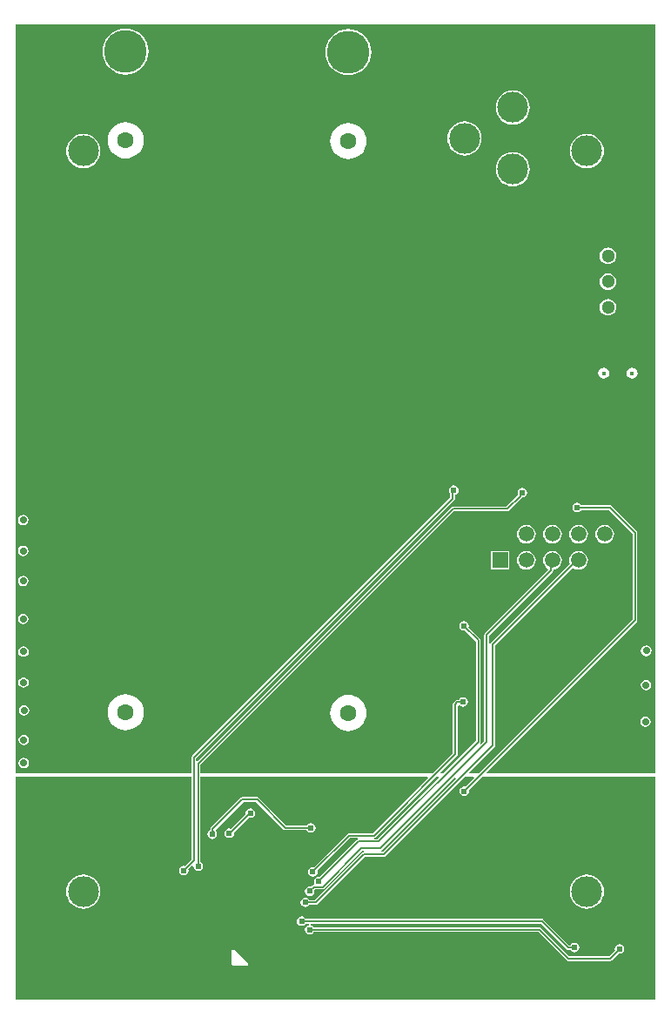
<source format=gbl>
G04*
G04 #@! TF.GenerationSoftware,Altium Limited,Altium Designer,19.1.7 (138)*
G04*
G04 Layer_Physical_Order=2*
G04 Layer_Color=16711680*
%FSLAX25Y25*%
%MOIN*%
G70*
G01*
G75*
%ADD80C,0.00600*%
%ADD82C,0.06299*%
%ADD83C,0.16358*%
%ADD84C,0.05906*%
%ADD85R,0.05906X0.05906*%
%ADD86C,0.01476*%
%ADD87C,0.11811*%
%ADD88C,0.05118*%
%ADD89C,0.05000*%
%ADD90C,0.02400*%
%ADD91C,0.02756*%
G36*
X122385Y176500D02*
Y-110300D01*
X57951D01*
X57760Y-109838D01*
X115349Y-52249D01*
X115548Y-51951D01*
X115618Y-51600D01*
Y-18100D01*
X115548Y-17749D01*
X115349Y-17451D01*
X105649Y-7751D01*
X105351Y-7552D01*
X105000Y-7482D01*
X94152D01*
X93898Y-7102D01*
X93302Y-6704D01*
X92600Y-6565D01*
X91898Y-6704D01*
X91302Y-7102D01*
X90904Y-7698D01*
X90765Y-8400D01*
X90904Y-9102D01*
X91302Y-9698D01*
X91898Y-10096D01*
X92600Y-10235D01*
X93302Y-10096D01*
X93898Y-9698D01*
X94152Y-9318D01*
X104620D01*
X113782Y-18480D01*
Y-51220D01*
X54702Y-110300D01*
X51351D01*
X51160Y-109838D01*
X60849Y-100149D01*
X61048Y-99851D01*
X61118Y-99500D01*
Y-61180D01*
X90904Y-31393D01*
X91308Y-31703D01*
X92173Y-32061D01*
X93100Y-32183D01*
X94027Y-32061D01*
X94892Y-31703D01*
X95634Y-31134D01*
X96203Y-30392D01*
X96561Y-29527D01*
X96683Y-28600D01*
X96561Y-27673D01*
X96203Y-26808D01*
X95634Y-26066D01*
X94892Y-25497D01*
X94027Y-25139D01*
X93100Y-25017D01*
X92173Y-25139D01*
X91308Y-25497D01*
X90566Y-26066D01*
X89997Y-26808D01*
X89639Y-27673D01*
X89517Y-28600D01*
X89639Y-29527D01*
X89796Y-29907D01*
X59551Y-60151D01*
X59352Y-60449D01*
X59318Y-60623D01*
X58818Y-60574D01*
Y-57380D01*
X83096Y-33102D01*
X83295Y-32804D01*
X83365Y-32453D01*
Y-32149D01*
X84027Y-32061D01*
X84892Y-31703D01*
X85634Y-31134D01*
X86203Y-30392D01*
X86561Y-29527D01*
X86683Y-28600D01*
X86561Y-27673D01*
X86203Y-26808D01*
X85634Y-26066D01*
X84892Y-25497D01*
X84027Y-25139D01*
X83100Y-25017D01*
X82173Y-25139D01*
X81308Y-25497D01*
X80566Y-26066D01*
X79997Y-26808D01*
X79639Y-27673D01*
X79517Y-28600D01*
X79639Y-29527D01*
X79997Y-30392D01*
X80566Y-31134D01*
X81275Y-31678D01*
X81314Y-31788D01*
X81345Y-32257D01*
X57251Y-56351D01*
X57052Y-56649D01*
X56982Y-57000D01*
Y-97920D01*
X55704Y-99198D01*
X55349Y-98849D01*
X55548Y-98551D01*
X55618Y-98200D01*
Y-59300D01*
X55548Y-58949D01*
X55349Y-58651D01*
X50929Y-54232D01*
X51035Y-53700D01*
X50896Y-52998D01*
X50498Y-52402D01*
X49902Y-52004D01*
X49200Y-51865D01*
X48498Y-52004D01*
X47902Y-52402D01*
X47504Y-52998D01*
X47365Y-53700D01*
X47504Y-54402D01*
X47902Y-54998D01*
X48498Y-55396D01*
X49200Y-55535D01*
X49565Y-55463D01*
X53782Y-59680D01*
Y-97820D01*
X41302Y-110300D01*
X40351D01*
X40160Y-109838D01*
X46549Y-103449D01*
X46748Y-103151D01*
X46818Y-102800D01*
Y-84420D01*
X47036Y-84216D01*
X47602Y-84198D01*
X48198Y-84596D01*
X48900Y-84735D01*
X49602Y-84596D01*
X50198Y-84198D01*
X50596Y-83602D01*
X50735Y-82900D01*
X50596Y-82198D01*
X50198Y-81602D01*
X49602Y-81204D01*
X48900Y-81065D01*
X48198Y-81204D01*
X47602Y-81602D01*
X47348Y-81982D01*
X46652D01*
X46300Y-82052D01*
X46003Y-82251D01*
X45251Y-83003D01*
X45052Y-83300D01*
X44982Y-83652D01*
Y-102420D01*
X37102Y-110300D01*
X-51682Y-110300D01*
Y-106880D01*
X45380Y-9818D01*
X65800D01*
X66151Y-9748D01*
X66449Y-9549D01*
X71349Y-4649D01*
X71375Y-4610D01*
X71500Y-4635D01*
X72202Y-4496D01*
X72798Y-4098D01*
X73196Y-3502D01*
X73335Y-2800D01*
X73196Y-2098D01*
X72798Y-1502D01*
X72202Y-1104D01*
X71500Y-965D01*
X70798Y-1104D01*
X70202Y-1502D01*
X69804Y-2098D01*
X69665Y-2800D01*
X69782Y-3391D01*
Y-3620D01*
X65420Y-7982D01*
X45000D01*
X44649Y-8052D01*
X44351Y-8251D01*
X-52910Y-105512D01*
X-53410Y-105305D01*
Y-104508D01*
X45449Y-5649D01*
X45648Y-5351D01*
X45718Y-5000D01*
Y-3552D01*
X46002Y-3496D01*
X46598Y-3098D01*
X46996Y-2502D01*
X47135Y-1800D01*
X46996Y-1098D01*
X46598Y-502D01*
X46002Y-104D01*
X45300Y35D01*
X44598Y-104D01*
X44002Y-502D01*
X43604Y-1098D01*
X43465Y-1800D01*
X43604Y-2502D01*
X43882Y-2918D01*
Y-4620D01*
X-54977Y-103479D01*
X-55176Y-103777D01*
X-55245Y-104128D01*
Y-110300D01*
X-122385D01*
Y176500D01*
X122385Y176500D01*
D02*
G37*
G36*
Y-196800D02*
X-122385D01*
Y-111500D01*
X-55245D01*
Y-143248D01*
X-57652Y-145654D01*
X-58100Y-145565D01*
X-58802Y-145704D01*
X-59398Y-146102D01*
X-59796Y-146698D01*
X-59935Y-147400D01*
X-59796Y-148102D01*
X-59398Y-148698D01*
X-58802Y-149096D01*
X-58100Y-149235D01*
X-57398Y-149096D01*
X-56802Y-148698D01*
X-56404Y-148102D01*
X-56265Y-147400D01*
X-56354Y-146952D01*
X-54906Y-145504D01*
X-54561Y-145648D01*
X-54429Y-145733D01*
X-54296Y-146402D01*
X-53898Y-146998D01*
X-53302Y-147396D01*
X-52600Y-147535D01*
X-51898Y-147396D01*
X-51302Y-146998D01*
X-50904Y-146402D01*
X-50765Y-145700D01*
X-50904Y-144998D01*
X-51302Y-144402D01*
X-51682Y-144148D01*
Y-111500D01*
X35249D01*
X35440Y-111962D01*
X14320Y-133082D01*
X5200D01*
X4849Y-133152D01*
X4551Y-133351D01*
X-8252Y-146154D01*
X-8700Y-146065D01*
X-9402Y-146204D01*
X-9998Y-146602D01*
X-10396Y-147198D01*
X-10535Y-147900D01*
X-10396Y-148602D01*
X-9998Y-149198D01*
X-9402Y-149596D01*
X-8700Y-149735D01*
X-7998Y-149596D01*
X-7402Y-149198D01*
X-7004Y-148602D01*
X-6865Y-147900D01*
X-6954Y-147452D01*
X5580Y-134918D01*
X8574D01*
X8623Y-135418D01*
X8449Y-135452D01*
X8151Y-135651D01*
X-6052Y-149854D01*
X-6500Y-149765D01*
X-7202Y-149904D01*
X-7798Y-150302D01*
X-8196Y-150898D01*
X-8335Y-151600D01*
X-8200Y-152282D01*
X-8191Y-152368D01*
X-8456Y-152813D01*
X-8651Y-152852D01*
X-8949Y-153051D01*
X-9452Y-153554D01*
X-9900Y-153465D01*
X-10602Y-153604D01*
X-11198Y-154002D01*
X-11596Y-154598D01*
X-11735Y-155300D01*
X-11596Y-156002D01*
X-11198Y-156598D01*
X-10602Y-156996D01*
X-9900Y-157135D01*
X-9198Y-156996D01*
X-8602Y-156598D01*
X-8204Y-156002D01*
X-8065Y-155300D01*
X-8117Y-155036D01*
X-7755Y-154618D01*
X-5000D01*
X-4649Y-154548D01*
X-4351Y-154349D01*
X10180Y-139818D01*
X10673D01*
X10723Y-140318D01*
X10549Y-140352D01*
X10251Y-140551D01*
X-7880Y-158682D01*
X-10048D01*
X-10302Y-158302D01*
X-10898Y-157904D01*
X-11600Y-157765D01*
X-12302Y-157904D01*
X-12898Y-158302D01*
X-13296Y-158898D01*
X-13435Y-159600D01*
X-13296Y-160302D01*
X-12898Y-160898D01*
X-12302Y-161296D01*
X-11600Y-161435D01*
X-10898Y-161296D01*
X-10302Y-160898D01*
X-10048Y-160518D01*
X-7500D01*
X-7149Y-160448D01*
X-6851Y-160249D01*
X11280Y-142118D01*
X18500D01*
X18851Y-142048D01*
X19149Y-141849D01*
X49498Y-111500D01*
X52849D01*
X53040Y-111962D01*
X49748Y-115254D01*
X49300Y-115165D01*
X48598Y-115304D01*
X48002Y-115702D01*
X47604Y-116298D01*
X47465Y-117000D01*
X47604Y-117702D01*
X48002Y-118298D01*
X48598Y-118696D01*
X49300Y-118835D01*
X50002Y-118696D01*
X50598Y-118298D01*
X50996Y-117702D01*
X51135Y-117000D01*
X51046Y-116552D01*
X56098Y-111500D01*
X122385D01*
Y-196800D01*
D02*
G37*
G36*
X39640Y-111962D02*
X16220Y-135382D01*
X14927D01*
X14877Y-134882D01*
X15051Y-134848D01*
X15349Y-134649D01*
X38498Y-111500D01*
X39449D01*
X39640Y-111962D01*
D02*
G37*
G36*
X45962Y-111733D02*
X46134Y-112268D01*
X18120Y-140282D01*
X17526D01*
X17477Y-139782D01*
X17651Y-139748D01*
X17949Y-139549D01*
X45793Y-111705D01*
X45962Y-111733D01*
D02*
G37*
%LPC*%
G36*
X-80400Y174994D02*
X-82121Y174825D01*
X-83776Y174322D01*
X-85301Y173507D01*
X-86638Y172410D01*
X-87735Y171073D01*
X-88550Y169548D01*
X-89052Y167894D01*
X-89222Y166172D01*
X-89052Y164451D01*
X-88550Y162797D01*
X-87735Y161271D01*
X-86638Y159935D01*
X-85301Y158837D01*
X-83776Y158022D01*
X-82121Y157520D01*
X-80400Y157351D01*
X-78679Y157520D01*
X-77024Y158022D01*
X-75499Y158837D01*
X-74162Y159935D01*
X-73065Y161271D01*
X-72250Y162797D01*
X-71748Y164451D01*
X-71578Y166172D01*
X-71748Y167894D01*
X-72250Y169548D01*
X-73065Y171073D01*
X-74162Y172410D01*
X-75499Y173507D01*
X-77024Y174322D01*
X-78679Y174825D01*
X-80400Y174994D01*
D02*
G37*
G36*
X4900Y174730D02*
X3179Y174560D01*
X1524Y174058D01*
X-1Y173243D01*
X-1338Y172146D01*
X-2435Y170809D01*
X-3250Y169284D01*
X-3752Y167629D01*
X-3922Y165908D01*
X-3752Y164187D01*
X-3250Y162532D01*
X-2435Y161007D01*
X-1338Y159670D01*
X-1Y158573D01*
X1524Y157758D01*
X3179Y157256D01*
X4900Y157086D01*
X6621Y157256D01*
X8276Y157758D01*
X9801Y158573D01*
X11138Y159670D01*
X12235Y161007D01*
X13050Y162532D01*
X13552Y164187D01*
X13722Y165908D01*
X13552Y167629D01*
X13050Y169284D01*
X12235Y170809D01*
X11138Y172146D01*
X9801Y173243D01*
X8276Y174058D01*
X6621Y174560D01*
X4900Y174730D01*
D02*
G37*
G36*
X67900Y151237D02*
X66625Y151111D01*
X65398Y150739D01*
X64268Y150135D01*
X63278Y149322D01*
X62465Y148332D01*
X61861Y147202D01*
X61489Y145975D01*
X61363Y144700D01*
X61489Y143425D01*
X61861Y142198D01*
X62465Y141068D01*
X63278Y140078D01*
X64268Y139265D01*
X65398Y138661D01*
X66625Y138289D01*
X67900Y138163D01*
X69175Y138289D01*
X70402Y138661D01*
X71532Y139265D01*
X72522Y140078D01*
X73335Y141068D01*
X73939Y142198D01*
X74311Y143425D01*
X74437Y144700D01*
X74311Y145975D01*
X73939Y147202D01*
X73335Y148332D01*
X72522Y149322D01*
X71532Y150135D01*
X70402Y150739D01*
X69175Y151111D01*
X67900Y151237D01*
D02*
G37*
G36*
X49396Y139426D02*
X48121Y139300D01*
X46895Y138928D01*
X45764Y138324D01*
X44774Y137511D01*
X43961Y136521D01*
X43357Y135391D01*
X42985Y134164D01*
X42859Y132889D01*
X42985Y131614D01*
X43357Y130387D01*
X43961Y129257D01*
X44774Y128267D01*
X45764Y127454D01*
X46895Y126850D01*
X48121Y126478D01*
X49396Y126352D01*
X50671Y126478D01*
X51898Y126850D01*
X53028Y127454D01*
X54019Y128267D01*
X54831Y129257D01*
X55436Y130387D01*
X55808Y131614D01*
X55933Y132889D01*
X55808Y134164D01*
X55436Y135391D01*
X54831Y136521D01*
X54019Y137511D01*
X53028Y138324D01*
X51898Y138928D01*
X50671Y139300D01*
X49396Y139426D01*
D02*
G37*
G36*
X-80400Y139070D02*
X-81753Y138936D01*
X-83053Y138542D01*
X-84251Y137901D01*
X-85302Y137039D01*
X-86164Y135989D01*
X-86805Y134790D01*
X-87199Y133490D01*
X-87333Y132137D01*
X-87199Y130784D01*
X-86805Y129484D01*
X-86164Y128286D01*
X-85302Y127235D01*
X-84251Y126373D01*
X-83053Y125732D01*
X-81753Y125338D01*
X-80400Y125204D01*
X-79048Y125338D01*
X-77747Y125732D01*
X-76548Y126373D01*
X-75498Y127235D01*
X-74636Y128286D01*
X-73995Y129484D01*
X-73601Y130784D01*
X-73467Y132137D01*
X-73601Y133490D01*
X-73995Y134790D01*
X-74636Y135989D01*
X-75498Y137039D01*
X-76548Y137901D01*
X-77747Y138542D01*
X-79048Y138936D01*
X-80400Y139070D01*
D02*
G37*
G36*
X4900Y138805D02*
X3548Y138672D01*
X2247Y138277D01*
X1048Y137637D01*
X-2Y136775D01*
X-864Y135724D01*
X-1505Y134525D01*
X-1899Y133225D01*
X-2033Y131872D01*
X-1899Y130520D01*
X-1505Y129219D01*
X-864Y128021D01*
X-2Y126970D01*
X1048Y126108D01*
X2247Y125468D01*
X3548Y125073D01*
X4900Y124940D01*
X6252Y125073D01*
X7553Y125468D01*
X8751Y126108D01*
X9802Y126970D01*
X10664Y128021D01*
X11305Y129219D01*
X11699Y130520D01*
X11833Y131872D01*
X11699Y133225D01*
X11305Y134525D01*
X10664Y135724D01*
X9802Y136775D01*
X8751Y137637D01*
X7553Y138277D01*
X6252Y138672D01*
X4900Y138805D01*
D02*
G37*
G36*
X96268Y134587D02*
X94992Y134462D01*
X93766Y134090D01*
X92636Y133486D01*
X91645Y132673D01*
X90832Y131682D01*
X90228Y130552D01*
X89856Y129326D01*
X89731Y128050D01*
X89856Y126775D01*
X90228Y125549D01*
X90832Y124419D01*
X91645Y123428D01*
X92636Y122615D01*
X93766Y122011D01*
X94992Y121639D01*
X96268Y121513D01*
X97543Y121639D01*
X98769Y122011D01*
X99900Y122615D01*
X100890Y123428D01*
X101703Y124419D01*
X102307Y125549D01*
X102679Y126775D01*
X102805Y128050D01*
X102679Y129326D01*
X102307Y130552D01*
X101703Y131682D01*
X100890Y132673D01*
X99900Y133486D01*
X98769Y134090D01*
X97543Y134462D01*
X96268Y134587D01*
D02*
G37*
G36*
X-96606D02*
X-97882Y134462D01*
X-99108Y134090D01*
X-100238Y133486D01*
X-101229Y132673D01*
X-102042Y131682D01*
X-102646Y130552D01*
X-103018Y129326D01*
X-103143Y128050D01*
X-103018Y126775D01*
X-102646Y125549D01*
X-102042Y124419D01*
X-101229Y123428D01*
X-100238Y122615D01*
X-99108Y122011D01*
X-97882Y121639D01*
X-96606Y121513D01*
X-95331Y121639D01*
X-94105Y122011D01*
X-92975Y122615D01*
X-91984Y123428D01*
X-91171Y124419D01*
X-90567Y125549D01*
X-90195Y126775D01*
X-90069Y128050D01*
X-90195Y129326D01*
X-90567Y130552D01*
X-91171Y131682D01*
X-91984Y132673D01*
X-92975Y133486D01*
X-94105Y134090D01*
X-95331Y134462D01*
X-96606Y134587D01*
D02*
G37*
G36*
X67900Y127615D02*
X66625Y127489D01*
X65398Y127117D01*
X64268Y126513D01*
X63278Y125700D01*
X62465Y124710D01*
X61861Y123580D01*
X61489Y122353D01*
X61363Y121078D01*
X61489Y119803D01*
X61861Y118576D01*
X62465Y117446D01*
X63278Y116456D01*
X64268Y115643D01*
X65398Y115039D01*
X66625Y114667D01*
X67900Y114541D01*
X69175Y114667D01*
X70402Y115039D01*
X71532Y115643D01*
X72522Y116456D01*
X73335Y117446D01*
X73939Y118576D01*
X74311Y119803D01*
X74437Y121078D01*
X74311Y122353D01*
X73939Y123580D01*
X73335Y124710D01*
X72522Y125700D01*
X71532Y126513D01*
X70402Y127117D01*
X69175Y127489D01*
X67900Y127615D01*
D02*
G37*
G36*
X104379Y91129D02*
X103554Y91020D01*
X102786Y90702D01*
X102126Y90196D01*
X101619Y89536D01*
X101301Y88767D01*
X101192Y87942D01*
X101301Y87118D01*
X101619Y86349D01*
X102126Y85689D01*
X102786Y85183D01*
X103554Y84865D01*
X104379Y84756D01*
X105203Y84865D01*
X105972Y85183D01*
X106632Y85689D01*
X107138Y86349D01*
X107457Y87118D01*
X107565Y87942D01*
X107457Y88767D01*
X107138Y89536D01*
X106632Y90196D01*
X105972Y90702D01*
X105203Y91020D01*
X104379Y91129D01*
D02*
G37*
G36*
Y81286D02*
X103554Y81178D01*
X102786Y80859D01*
X102126Y80353D01*
X101619Y79693D01*
X101301Y78925D01*
X101192Y78100D01*
X101301Y77275D01*
X101619Y76507D01*
X102126Y75847D01*
X102786Y75340D01*
X103554Y75022D01*
X104379Y74914D01*
X105203Y75022D01*
X105972Y75340D01*
X106632Y75847D01*
X107138Y76507D01*
X107457Y77275D01*
X107565Y78100D01*
X107457Y78925D01*
X107138Y79693D01*
X106632Y80353D01*
X105972Y80859D01*
X105203Y81178D01*
X104379Y81286D01*
D02*
G37*
G36*
Y71444D02*
X103554Y71335D01*
X102786Y71017D01*
X102126Y70511D01*
X101619Y69851D01*
X101301Y69082D01*
X101192Y68257D01*
X101301Y67433D01*
X101619Y66664D01*
X102126Y66004D01*
X102786Y65498D01*
X103554Y65180D01*
X104379Y65071D01*
X105203Y65180D01*
X105972Y65498D01*
X106632Y66004D01*
X107138Y66664D01*
X107457Y67433D01*
X107565Y68257D01*
X107457Y69082D01*
X107138Y69851D01*
X106632Y70511D01*
X105972Y71017D01*
X105203Y71335D01*
X104379Y71444D01*
D02*
G37*
G36*
X113545Y45125D02*
X112735Y44964D01*
X112048Y44505D01*
X111589Y43818D01*
X111428Y43008D01*
X111589Y42198D01*
X112048Y41511D01*
X112735Y41052D01*
X113545Y40891D01*
X114355Y41052D01*
X115042Y41511D01*
X115501Y42198D01*
X115662Y43008D01*
X115501Y43818D01*
X115042Y44505D01*
X114355Y44964D01*
X113545Y45125D01*
D02*
G37*
G36*
X102718D02*
X101908Y44964D01*
X101221Y44505D01*
X100762Y43818D01*
X100601Y43008D01*
X100762Y42198D01*
X101221Y41511D01*
X101908Y41052D01*
X102718Y40891D01*
X103528Y41052D01*
X104215Y41511D01*
X104674Y42198D01*
X104835Y43008D01*
X104674Y43818D01*
X104215Y44505D01*
X103528Y44964D01*
X102718Y45125D01*
D02*
G37*
G36*
X-119600Y-11183D02*
X-120372Y-11337D01*
X-121026Y-11774D01*
X-121463Y-12428D01*
X-121617Y-13200D01*
X-121463Y-13972D01*
X-121026Y-14626D01*
X-120372Y-15063D01*
X-119600Y-15217D01*
X-118828Y-15063D01*
X-118174Y-14626D01*
X-117737Y-13972D01*
X-117583Y-13200D01*
X-117737Y-12428D01*
X-118174Y-11774D01*
X-118828Y-11337D01*
X-119600Y-11183D01*
D02*
G37*
G36*
X103100Y-15017D02*
X102173Y-15139D01*
X101308Y-15497D01*
X100566Y-16066D01*
X99997Y-16808D01*
X99639Y-17673D01*
X99517Y-18600D01*
X99639Y-19527D01*
X99997Y-20392D01*
X100566Y-21134D01*
X101308Y-21703D01*
X102173Y-22061D01*
X103100Y-22183D01*
X104027Y-22061D01*
X104892Y-21703D01*
X105634Y-21134D01*
X106203Y-20392D01*
X106561Y-19527D01*
X106683Y-18600D01*
X106561Y-17673D01*
X106203Y-16808D01*
X105634Y-16066D01*
X104892Y-15497D01*
X104027Y-15139D01*
X103100Y-15017D01*
D02*
G37*
G36*
X93100D02*
X92173Y-15139D01*
X91308Y-15497D01*
X90566Y-16066D01*
X89997Y-16808D01*
X89639Y-17673D01*
X89517Y-18600D01*
X89639Y-19527D01*
X89997Y-20392D01*
X90566Y-21134D01*
X91308Y-21703D01*
X92173Y-22061D01*
X93100Y-22183D01*
X94027Y-22061D01*
X94892Y-21703D01*
X95634Y-21134D01*
X96203Y-20392D01*
X96561Y-19527D01*
X96683Y-18600D01*
X96561Y-17673D01*
X96203Y-16808D01*
X95634Y-16066D01*
X94892Y-15497D01*
X94027Y-15139D01*
X93100Y-15017D01*
D02*
G37*
G36*
X83100D02*
X82173Y-15139D01*
X81308Y-15497D01*
X80566Y-16066D01*
X79997Y-16808D01*
X79639Y-17673D01*
X79517Y-18600D01*
X79639Y-19527D01*
X79997Y-20392D01*
X80566Y-21134D01*
X81308Y-21703D01*
X82173Y-22061D01*
X83100Y-22183D01*
X84027Y-22061D01*
X84892Y-21703D01*
X85634Y-21134D01*
X86203Y-20392D01*
X86561Y-19527D01*
X86683Y-18600D01*
X86561Y-17673D01*
X86203Y-16808D01*
X85634Y-16066D01*
X84892Y-15497D01*
X84027Y-15139D01*
X83100Y-15017D01*
D02*
G37*
G36*
X73100D02*
X72173Y-15139D01*
X71308Y-15497D01*
X70566Y-16066D01*
X69997Y-16808D01*
X69639Y-17673D01*
X69517Y-18600D01*
X69639Y-19527D01*
X69997Y-20392D01*
X70566Y-21134D01*
X71308Y-21703D01*
X72173Y-22061D01*
X73100Y-22183D01*
X74027Y-22061D01*
X74892Y-21703D01*
X75634Y-21134D01*
X76203Y-20392D01*
X76561Y-19527D01*
X76683Y-18600D01*
X76561Y-17673D01*
X76203Y-16808D01*
X75634Y-16066D01*
X74892Y-15497D01*
X74027Y-15139D01*
X73100Y-15017D01*
D02*
G37*
G36*
X-119600Y-22983D02*
X-120372Y-23137D01*
X-121026Y-23574D01*
X-121463Y-24228D01*
X-121617Y-25000D01*
X-121463Y-25772D01*
X-121026Y-26426D01*
X-120372Y-26863D01*
X-119600Y-27017D01*
X-118828Y-26863D01*
X-118174Y-26426D01*
X-117737Y-25772D01*
X-117583Y-25000D01*
X-117737Y-24228D01*
X-118174Y-23574D01*
X-118828Y-23137D01*
X-119600Y-22983D01*
D02*
G37*
G36*
X66653Y-25047D02*
X59547D01*
Y-32153D01*
X66653D01*
Y-25047D01*
D02*
G37*
G36*
X73100Y-25017D02*
X72173Y-25139D01*
X71308Y-25497D01*
X70566Y-26066D01*
X69997Y-26808D01*
X69639Y-27673D01*
X69517Y-28600D01*
X69639Y-29527D01*
X69997Y-30392D01*
X70566Y-31134D01*
X71308Y-31703D01*
X72173Y-32061D01*
X73100Y-32183D01*
X74027Y-32061D01*
X74892Y-31703D01*
X75634Y-31134D01*
X76203Y-30392D01*
X76561Y-29527D01*
X76683Y-28600D01*
X76561Y-27673D01*
X76203Y-26808D01*
X75634Y-26066D01*
X74892Y-25497D01*
X74027Y-25139D01*
X73100Y-25017D01*
D02*
G37*
G36*
X-119600Y-34483D02*
X-120372Y-34637D01*
X-121026Y-35074D01*
X-121463Y-35728D01*
X-121617Y-36500D01*
X-121463Y-37272D01*
X-121026Y-37926D01*
X-120372Y-38363D01*
X-119600Y-38517D01*
X-118828Y-38363D01*
X-118174Y-37926D01*
X-117737Y-37272D01*
X-117583Y-36500D01*
X-117737Y-35728D01*
X-118174Y-35074D01*
X-118828Y-34637D01*
X-119600Y-34483D01*
D02*
G37*
G36*
Y-49083D02*
X-120372Y-49237D01*
X-121026Y-49674D01*
X-121463Y-50328D01*
X-121617Y-51100D01*
X-121463Y-51872D01*
X-121026Y-52526D01*
X-120372Y-52963D01*
X-119600Y-53117D01*
X-118828Y-52963D01*
X-118174Y-52526D01*
X-117737Y-51872D01*
X-117583Y-51100D01*
X-117737Y-50328D01*
X-118174Y-49674D01*
X-118828Y-49237D01*
X-119600Y-49083D01*
D02*
G37*
G36*
X119000Y-61283D02*
X118228Y-61437D01*
X117574Y-61874D01*
X117137Y-62528D01*
X116983Y-63300D01*
X117137Y-64072D01*
X117574Y-64726D01*
X118228Y-65163D01*
X119000Y-65317D01*
X119772Y-65163D01*
X120426Y-64726D01*
X120863Y-64072D01*
X121017Y-63300D01*
X120863Y-62528D01*
X120426Y-61874D01*
X119772Y-61437D01*
X119000Y-61283D01*
D02*
G37*
G36*
X-119500Y-61583D02*
X-120272Y-61737D01*
X-120926Y-62174D01*
X-121363Y-62828D01*
X-121517Y-63600D01*
X-121363Y-64372D01*
X-120926Y-65026D01*
X-120272Y-65463D01*
X-119500Y-65617D01*
X-118728Y-65463D01*
X-118074Y-65026D01*
X-117637Y-64372D01*
X-117483Y-63600D01*
X-117637Y-62828D01*
X-118074Y-62174D01*
X-118728Y-61737D01*
X-119500Y-61583D01*
D02*
G37*
G36*
Y-73383D02*
X-120272Y-73537D01*
X-120926Y-73974D01*
X-121363Y-74628D01*
X-121517Y-75400D01*
X-121363Y-76172D01*
X-120926Y-76826D01*
X-120272Y-77263D01*
X-119500Y-77417D01*
X-118728Y-77263D01*
X-118074Y-76826D01*
X-117637Y-76172D01*
X-117483Y-75400D01*
X-117637Y-74628D01*
X-118074Y-73974D01*
X-118728Y-73537D01*
X-119500Y-73383D01*
D02*
G37*
G36*
X118900Y-74383D02*
X118128Y-74537D01*
X117474Y-74974D01*
X117037Y-75628D01*
X116883Y-76400D01*
X117037Y-77172D01*
X117474Y-77826D01*
X118128Y-78263D01*
X118900Y-78417D01*
X119672Y-78263D01*
X120326Y-77826D01*
X120763Y-77172D01*
X120917Y-76400D01*
X120763Y-75628D01*
X120326Y-74974D01*
X119672Y-74537D01*
X118900Y-74383D01*
D02*
G37*
G36*
X-119300Y-84083D02*
X-120072Y-84237D01*
X-120726Y-84674D01*
X-121163Y-85328D01*
X-121317Y-86100D01*
X-121163Y-86872D01*
X-120726Y-87526D01*
X-120072Y-87963D01*
X-119300Y-88117D01*
X-118528Y-87963D01*
X-117874Y-87526D01*
X-117437Y-86872D01*
X-117283Y-86100D01*
X-117437Y-85328D01*
X-117874Y-84674D01*
X-118528Y-84237D01*
X-119300Y-84083D01*
D02*
G37*
G36*
X118700Y-88383D02*
X117928Y-88537D01*
X117274Y-88974D01*
X116837Y-89628D01*
X116683Y-90400D01*
X116837Y-91172D01*
X117274Y-91826D01*
X117928Y-92263D01*
X118700Y-92417D01*
X119472Y-92263D01*
X120126Y-91826D01*
X120563Y-91172D01*
X120717Y-90400D01*
X120563Y-89628D01*
X120126Y-88974D01*
X119472Y-88537D01*
X118700Y-88383D01*
D02*
G37*
G36*
X-80400Y-79867D02*
X-81753Y-80001D01*
X-83053Y-80395D01*
X-84251Y-81036D01*
X-85302Y-81898D01*
X-86164Y-82948D01*
X-86805Y-84147D01*
X-87199Y-85448D01*
X-87333Y-86800D01*
X-87199Y-88152D01*
X-86805Y-89453D01*
X-86164Y-90652D01*
X-85302Y-91702D01*
X-84251Y-92564D01*
X-83053Y-93205D01*
X-81753Y-93599D01*
X-80400Y-93733D01*
X-79048Y-93599D01*
X-77747Y-93205D01*
X-76548Y-92564D01*
X-75498Y-91702D01*
X-74636Y-90652D01*
X-73995Y-89453D01*
X-73601Y-88152D01*
X-73467Y-86800D01*
X-73601Y-85448D01*
X-73995Y-84147D01*
X-74636Y-82948D01*
X-75498Y-81898D01*
X-76548Y-81036D01*
X-77747Y-80395D01*
X-79048Y-80001D01*
X-80400Y-79867D01*
D02*
G37*
G36*
X4900Y-80132D02*
X3548Y-80265D01*
X2247Y-80660D01*
X1048Y-81300D01*
X-2Y-82162D01*
X-864Y-83213D01*
X-1505Y-84412D01*
X-1899Y-85712D01*
X-2033Y-87065D01*
X-1899Y-88417D01*
X-1505Y-89718D01*
X-864Y-90916D01*
X-2Y-91967D01*
X1048Y-92829D01*
X2247Y-93469D01*
X3548Y-93864D01*
X4900Y-93997D01*
X6252Y-93864D01*
X7553Y-93469D01*
X8751Y-92829D01*
X9802Y-91967D01*
X10664Y-90916D01*
X11305Y-89718D01*
X11699Y-88417D01*
X11833Y-87065D01*
X11699Y-85712D01*
X11305Y-84412D01*
X10664Y-83213D01*
X9802Y-82162D01*
X8751Y-81300D01*
X7553Y-80660D01*
X6252Y-80265D01*
X4900Y-80132D01*
D02*
G37*
G36*
X-119400Y-95383D02*
X-120172Y-95537D01*
X-120826Y-95974D01*
X-121263Y-96628D01*
X-121417Y-97400D01*
X-121263Y-98172D01*
X-120826Y-98826D01*
X-120172Y-99263D01*
X-119400Y-99417D01*
X-118628Y-99263D01*
X-117974Y-98826D01*
X-117537Y-98172D01*
X-117383Y-97400D01*
X-117537Y-96628D01*
X-117974Y-95974D01*
X-118628Y-95537D01*
X-119400Y-95383D01*
D02*
G37*
G36*
Y-104183D02*
X-120172Y-104337D01*
X-120826Y-104774D01*
X-121263Y-105428D01*
X-121417Y-106200D01*
X-121263Y-106972D01*
X-120826Y-107626D01*
X-120172Y-108063D01*
X-119400Y-108217D01*
X-118628Y-108063D01*
X-117974Y-107626D01*
X-117537Y-106972D01*
X-117383Y-106200D01*
X-117537Y-105428D01*
X-117974Y-104774D01*
X-118628Y-104337D01*
X-119400Y-104183D01*
D02*
G37*
G36*
X-32650Y-123565D02*
X-33352Y-123704D01*
X-33948Y-124102D01*
X-34346Y-124698D01*
X-34485Y-125400D01*
X-34425Y-125702D01*
X-40106Y-131383D01*
X-40700Y-131265D01*
X-41402Y-131404D01*
X-41998Y-131802D01*
X-42396Y-132398D01*
X-42535Y-133100D01*
X-42396Y-133802D01*
X-41998Y-134398D01*
X-41402Y-134796D01*
X-40700Y-134935D01*
X-39998Y-134796D01*
X-39402Y-134398D01*
X-39004Y-133802D01*
X-38865Y-133100D01*
X-38925Y-132798D01*
X-33244Y-127117D01*
X-32650Y-127235D01*
X-31948Y-127096D01*
X-31352Y-126698D01*
X-30954Y-126102D01*
X-30815Y-125400D01*
X-30954Y-124698D01*
X-31352Y-124102D01*
X-31948Y-123704D01*
X-32650Y-123565D01*
D02*
G37*
G36*
X-30000Y-119282D02*
X-35700D01*
X-36051Y-119352D01*
X-36349Y-119551D01*
X-47700Y-130903D01*
X-47899Y-131200D01*
X-47969Y-131552D01*
Y-131849D01*
X-48498Y-132202D01*
X-48896Y-132798D01*
X-49035Y-133500D01*
X-48896Y-134202D01*
X-48498Y-134798D01*
X-47902Y-135196D01*
X-47200Y-135335D01*
X-46498Y-135196D01*
X-45902Y-134798D01*
X-45504Y-134202D01*
X-45365Y-133500D01*
X-45504Y-132798D01*
X-45902Y-132202D01*
X-45892Y-131690D01*
X-35320Y-121118D01*
X-30380D01*
X-19849Y-131649D01*
X-19551Y-131848D01*
X-19200Y-131918D01*
X-11052D01*
X-10798Y-132298D01*
X-10202Y-132696D01*
X-9500Y-132835D01*
X-8798Y-132696D01*
X-8202Y-132298D01*
X-7804Y-131702D01*
X-7665Y-131000D01*
X-7804Y-130298D01*
X-8202Y-129702D01*
X-8798Y-129304D01*
X-9500Y-129165D01*
X-10202Y-129304D01*
X-10798Y-129702D01*
X-11052Y-130082D01*
X-18820D01*
X-29351Y-119551D01*
X-29649Y-119352D01*
X-30000Y-119282D01*
D02*
G37*
G36*
X96268Y-148913D02*
X94992Y-149038D01*
X93766Y-149410D01*
X92636Y-150014D01*
X91645Y-150827D01*
X90832Y-151818D01*
X90228Y-152948D01*
X89856Y-154174D01*
X89731Y-155450D01*
X89856Y-156725D01*
X90228Y-157951D01*
X90832Y-159081D01*
X91645Y-160072D01*
X92636Y-160885D01*
X93766Y-161489D01*
X94992Y-161861D01*
X96268Y-161987D01*
X97543Y-161861D01*
X98769Y-161489D01*
X99900Y-160885D01*
X100890Y-160072D01*
X101703Y-159081D01*
X102307Y-157951D01*
X102679Y-156725D01*
X102805Y-155450D01*
X102679Y-154174D01*
X102307Y-152948D01*
X101703Y-151818D01*
X100890Y-150827D01*
X99900Y-150014D01*
X98769Y-149410D01*
X97543Y-149038D01*
X96268Y-148913D01*
D02*
G37*
G36*
X-96606D02*
X-97882Y-149038D01*
X-99108Y-149410D01*
X-100238Y-150014D01*
X-101229Y-150827D01*
X-102042Y-151818D01*
X-102646Y-152948D01*
X-103018Y-154174D01*
X-103143Y-155450D01*
X-103018Y-156725D01*
X-102646Y-157951D01*
X-102042Y-159081D01*
X-101229Y-160072D01*
X-100238Y-160885D01*
X-99108Y-161489D01*
X-97882Y-161861D01*
X-96606Y-161987D01*
X-95331Y-161861D01*
X-94105Y-161489D01*
X-92975Y-160885D01*
X-91984Y-160072D01*
X-91171Y-159081D01*
X-90567Y-157951D01*
X-90195Y-156725D01*
X-90069Y-155450D01*
X-90195Y-154174D01*
X-90567Y-152948D01*
X-91171Y-151818D01*
X-91984Y-150827D01*
X-92975Y-150014D01*
X-94105Y-149410D01*
X-95331Y-149038D01*
X-96606Y-148913D01*
D02*
G37*
G36*
X-39285Y-177716D02*
X-39313Y-177728D01*
X-39343Y-177718D01*
X-39540Y-177820D01*
X-39745Y-177903D01*
X-39757Y-177932D01*
X-39785Y-177946D01*
X-39852Y-178157D01*
X-39938Y-178362D01*
X-39965Y-182722D01*
X-39893Y-182899D01*
X-39855Y-183087D01*
X-39516Y-183595D01*
X-39460Y-183632D01*
X-39435Y-183694D01*
X-39260Y-183766D01*
X-39102Y-183871D01*
X-39037Y-183858D01*
X-38976Y-183884D01*
X-34000Y-183884D01*
X-33544Y-183695D01*
X-33541Y-183694D01*
X-33351Y-183235D01*
X-33351Y-183232D01*
X-33541Y-182775D01*
X-36108Y-180208D01*
X-36135Y-180197D01*
X-36148Y-180171D01*
X-38869Y-177870D01*
X-39081Y-177802D01*
X-39285Y-177716D01*
D02*
G37*
G36*
X-13000Y-164965D02*
X-13702Y-165104D01*
X-14298Y-165502D01*
X-14696Y-166098D01*
X-14835Y-166800D01*
X-14696Y-167502D01*
X-14298Y-168098D01*
X-13702Y-168496D01*
X-13000Y-168635D01*
X-12298Y-168496D01*
X-11702Y-168098D01*
X-11448Y-167718D01*
X-10215D01*
X-10166Y-168218D01*
X-10602Y-168304D01*
X-11198Y-168702D01*
X-11596Y-169298D01*
X-11735Y-170000D01*
X-11596Y-170702D01*
X-11198Y-171298D01*
X-10602Y-171696D01*
X-9900Y-171835D01*
X-9198Y-171696D01*
X-8602Y-171298D01*
X-8348Y-170918D01*
X77720D01*
X88551Y-181749D01*
X88849Y-181948D01*
X89200Y-182018D01*
X105200D01*
X105551Y-181948D01*
X105849Y-181749D01*
X108435Y-179163D01*
X108800Y-179235D01*
X109502Y-179096D01*
X110098Y-178698D01*
X110496Y-178102D01*
X110635Y-177400D01*
X110496Y-176698D01*
X110098Y-176102D01*
X109502Y-175704D01*
X108800Y-175565D01*
X108098Y-175704D01*
X107502Y-176102D01*
X107104Y-176698D01*
X106965Y-177400D01*
X107071Y-177932D01*
X104820Y-180182D01*
X89580D01*
X78749Y-169351D01*
X78451Y-169152D01*
X78100Y-169082D01*
X-8348D01*
X-8602Y-168702D01*
X-9198Y-168304D01*
X-9634Y-168218D01*
X-9585Y-167718D01*
X78620D01*
X88451Y-177549D01*
X88749Y-177748D01*
X89100Y-177818D01*
X90048D01*
X90302Y-178198D01*
X90898Y-178596D01*
X91600Y-178735D01*
X92302Y-178596D01*
X92898Y-178198D01*
X93296Y-177602D01*
X93435Y-176900D01*
X93296Y-176198D01*
X92898Y-175602D01*
X92302Y-175204D01*
X91600Y-175065D01*
X90898Y-175204D01*
X90302Y-175602D01*
X90048Y-175982D01*
X89480D01*
X79649Y-166151D01*
X79351Y-165952D01*
X79000Y-165882D01*
X-11448D01*
X-11702Y-165502D01*
X-12298Y-165104D01*
X-13000Y-164965D01*
D02*
G37*
%LPD*%
D80*
X89100Y-176900D02*
X91600D01*
X79000Y-166800D02*
X89100Y-176900D01*
X-13000Y-166800D02*
X79000D01*
X45151Y-1800D02*
X45300D01*
X44800Y-2152D02*
X45151Y-1800D01*
X44800Y-5000D02*
Y-2152D01*
X-54328Y-104128D02*
X44800Y-5000D01*
X-52600Y-106500D02*
X45000Y-8900D01*
X-54328Y-143628D02*
Y-104128D01*
X-58100Y-147400D02*
X-54328Y-143628D01*
X71052Y-2800D02*
X71500D01*
X70700Y-3151D02*
X71052Y-2800D01*
X70700Y-4000D02*
Y-3151D01*
X65800Y-8900D02*
X70700Y-4000D01*
X45000Y-8900D02*
X65800D01*
X-52600Y-145700D02*
Y-106500D01*
X60200Y-60800D02*
X92400Y-28600D01*
X93100D01*
X60200Y-99500D02*
Y-60800D01*
X18500Y-141200D02*
X60200Y-99500D01*
X10900Y-141200D02*
X18500D01*
X-7500Y-159600D02*
X10900Y-141200D01*
X-11600Y-159600D02*
X-7500D01*
X114700Y-51600D02*
Y-18100D01*
X49300Y-117000D02*
X114700Y-51600D01*
X57900Y-57000D02*
X82447Y-32453D01*
Y-29253D01*
X83100Y-28600D01*
X57900Y-98300D02*
Y-57000D01*
X17300Y-138900D02*
X57900Y-98300D01*
X9800Y-138900D02*
X17300D01*
X-5000Y-153700D02*
X9800Y-138900D01*
X-8300Y-153700D02*
X-5000D01*
X-9900Y-155300D02*
X-8300Y-153700D01*
X-32825Y-125400D02*
X-32650D01*
X-40525Y-133100D02*
X-32825Y-125400D01*
X-40700Y-133100D02*
X-40525D01*
X105000Y-8400D02*
X114700Y-18100D01*
X92600Y-8400D02*
X105000D01*
X-8700Y-147900D02*
X5200Y-134000D01*
X-9900Y-170000D02*
X78100D01*
X-47200Y-133500D02*
X-46900Y-133200D01*
Y-132200D01*
X-47052Y-132048D02*
X-46900Y-132200D01*
X-47052Y-132048D02*
Y-131552D01*
X-35700Y-120200D01*
X-30000D01*
X-19200Y-131000D01*
X-9500D01*
X49200Y-53800D02*
Y-53700D01*
Y-53800D02*
X54700Y-59300D01*
Y-98200D02*
Y-59300D01*
X16600Y-136300D02*
X54700Y-98200D01*
X8800Y-136300D02*
X16600D01*
X-6500Y-151600D02*
X8800Y-136300D01*
X46652Y-82900D02*
X48900D01*
X45900Y-83652D02*
X46652Y-82900D01*
X45900Y-102800D02*
Y-83652D01*
X14700Y-134000D02*
X45900Y-102800D01*
X5200Y-134000D02*
X14700D01*
X108800Y-177500D02*
Y-177400D01*
X105200Y-181100D02*
X108800Y-177500D01*
X89200Y-181100D02*
X105200D01*
X78100Y-170000D02*
X89200Y-181100D01*
D82*
X-80400Y132137D02*
D03*
Y-86800D02*
D03*
X4900Y131872D02*
D03*
Y-87065D02*
D03*
D83*
X-80400Y166172D02*
D03*
Y-120835D02*
D03*
X4900Y165908D02*
D03*
Y-121100D02*
D03*
D84*
X103100Y-18600D02*
D03*
Y-28600D02*
D03*
X93100Y-18600D02*
D03*
Y-28600D02*
D03*
X83100Y-18600D02*
D03*
Y-28600D02*
D03*
X73100Y-18600D02*
D03*
Y-28600D02*
D03*
X63100Y-18600D02*
D03*
D85*
Y-28600D02*
D03*
D86*
X102718Y43008D02*
D03*
X113545D02*
D03*
D87*
X67900Y121078D02*
D03*
Y144700D02*
D03*
X49396Y132889D02*
D03*
X-96606Y-155450D02*
D03*
X96268D02*
D03*
Y128050D02*
D03*
X-96606D02*
D03*
D88*
X104379Y87942D02*
D03*
Y78100D02*
D03*
Y68257D02*
D03*
D89*
X50200Y-93500D02*
D03*
X45200Y-62200D02*
D03*
X-87900Y-166700D02*
D03*
X31500Y-102400D02*
D03*
X113700Y-102500D02*
D03*
X115400Y25700D02*
D03*
D90*
X45300Y-1800D02*
D03*
X-58100Y-147400D02*
D03*
X71500Y-2800D02*
D03*
X-52600Y-145700D02*
D03*
X-11600Y-159600D02*
D03*
X-13000Y-166800D02*
D03*
X49300Y-117000D02*
D03*
X-8700Y-147900D02*
D03*
X-9900Y-155300D02*
D03*
Y-170000D02*
D03*
X-47200Y-133500D02*
D03*
X-32650Y-125400D02*
D03*
X-9500Y-131000D02*
D03*
X92600Y-8400D02*
D03*
X-40700Y-133100D02*
D03*
X49200Y-53700D02*
D03*
X-6500Y-151600D02*
D03*
X48900Y-82900D02*
D03*
X108800Y-177400D02*
D03*
X91600Y-176900D02*
D03*
D91*
X119000Y-63300D02*
D03*
X118900Y-76400D02*
D03*
X118700Y-90400D02*
D03*
X-119600Y-13200D02*
D03*
Y-25000D02*
D03*
Y-36500D02*
D03*
Y-51100D02*
D03*
X-119500Y-63600D02*
D03*
Y-75400D02*
D03*
X-119300Y-86100D02*
D03*
X102800Y-142200D02*
D03*
X95000Y-141100D02*
D03*
X87600Y-143500D02*
D03*
X84100Y-148700D02*
D03*
X83300Y-156800D02*
D03*
X88200Y-164800D02*
D03*
X86000Y-187500D02*
D03*
X86200Y-194500D02*
D03*
X77500Y-194300D02*
D03*
X68100Y-194400D02*
D03*
X57200Y-194500D02*
D03*
X45800Y-194600D02*
D03*
X36100Y-194500D02*
D03*
X25000D02*
D03*
X14600Y-194400D02*
D03*
X5600Y-194500D02*
D03*
X-4500Y-194400D02*
D03*
X-13900D02*
D03*
X-119400Y-97400D02*
D03*
Y-106200D02*
D03*
Y-115500D02*
D03*
X-119200Y-123400D02*
D03*
X-119500Y-131800D02*
D03*
Y-140000D02*
D03*
X-119300Y-148400D02*
D03*
X-119200Y-156900D02*
D03*
X-119400Y-164500D02*
D03*
X-119200Y-177100D02*
D03*
X-118900Y-185200D02*
D03*
X-118800Y-193200D02*
D03*
X-109900D02*
D03*
X-99900Y-193100D02*
D03*
X-90100D02*
D03*
X-80000D02*
D03*
M02*

</source>
